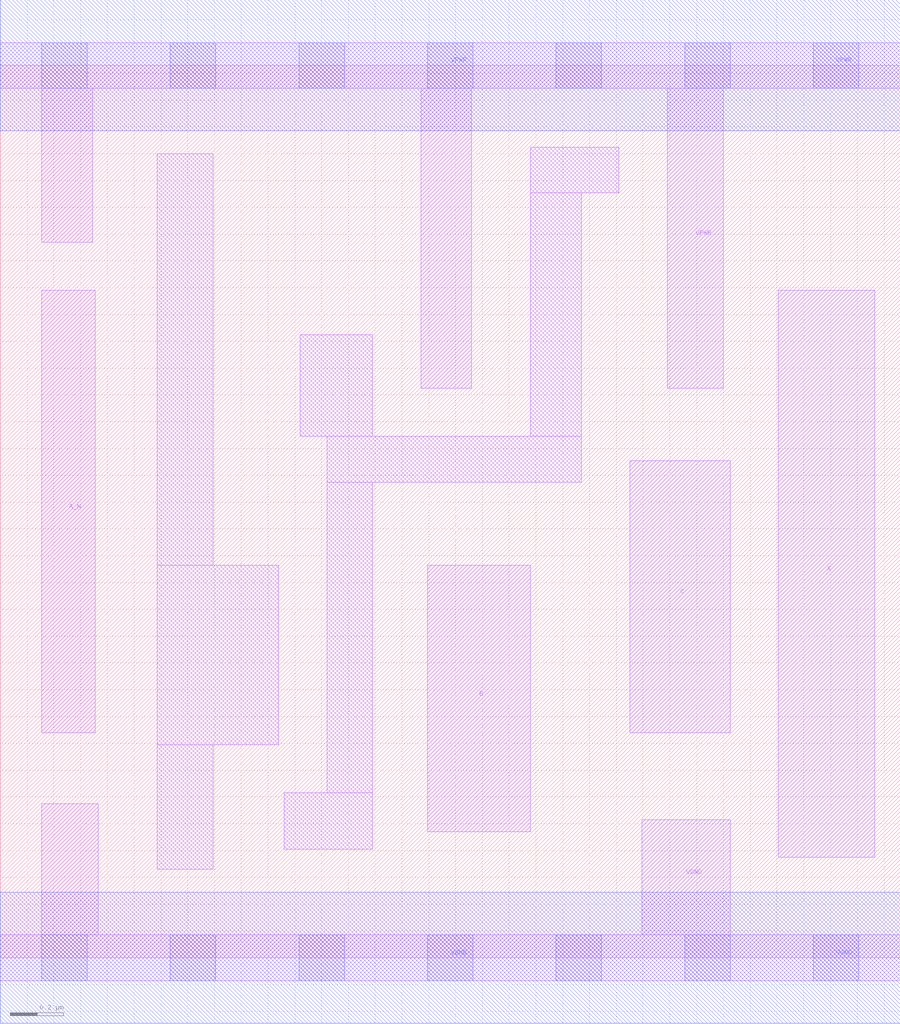
<source format=lef>
# Copyright 2020 The SkyWater PDK Authors
#
# Licensed under the Apache License, Version 2.0 (the "License");
# you may not use this file except in compliance with the License.
# You may obtain a copy of the License at
#
#     https://www.apache.org/licenses/LICENSE-2.0
#
# Unless required by applicable law or agreed to in writing, software
# distributed under the License is distributed on an "AS IS" BASIS,
# WITHOUT WARRANTIES OR CONDITIONS OF ANY KIND, either express or implied.
# See the License for the specific language governing permissions and
# limitations under the License.
#
# SPDX-License-Identifier: Apache-2.0

VERSION 5.7 ;
  NAMESCASESENSITIVE ON ;
  NOWIREEXTENSIONATPIN ON ;
  DIVIDERCHAR "/" ;
  BUSBITCHARS "[]" ;
UNITS
  DATABASE MICRONS 200 ;
END UNITS
MACRO sky130_fd_sc_lp__and3b_m
  CLASS CORE ;
  SOURCE USER ;
  FOREIGN sky130_fd_sc_lp__and3b_m ;
  ORIGIN  0.000000  0.000000 ;
  SIZE  3.360000 BY  3.330000 ;
  SYMMETRY X Y R90 ;
  SITE unit ;
  PIN A_N
    ANTENNAGATEAREA  0.126000 ;
    DIRECTION INPUT ;
    USE SIGNAL ;
    PORT
      LAYER li1 ;
        RECT 0.155000 0.840000 0.355000 2.490000 ;
    END
  END A_N
  PIN B
    ANTENNAGATEAREA  0.126000 ;
    DIRECTION INPUT ;
    USE SIGNAL ;
    PORT
      LAYER li1 ;
        RECT 1.595000 0.470000 1.980000 1.465000 ;
    END
  END B
  PIN C
    ANTENNAGATEAREA  0.126000 ;
    DIRECTION INPUT ;
    USE SIGNAL ;
    PORT
      LAYER li1 ;
        RECT 2.350000 0.840000 2.725000 1.855000 ;
    END
  END C
  PIN X
    ANTENNADIFFAREA  0.222600 ;
    DIRECTION OUTPUT ;
    USE SIGNAL ;
    PORT
      LAYER li1 ;
        RECT 2.905000 0.375000 3.265000 2.490000 ;
    END
  END X
  PIN VGND
    DIRECTION INOUT ;
    USE GROUND ;
    PORT
      LAYER li1 ;
        RECT 0.000000 -0.085000 3.360000 0.085000 ;
        RECT 0.155000  0.085000 0.365000 0.575000 ;
        RECT 2.395000  0.085000 2.725000 0.515000 ;
      LAYER mcon ;
        RECT 0.155000 -0.085000 0.325000 0.085000 ;
        RECT 0.635000 -0.085000 0.805000 0.085000 ;
        RECT 1.115000 -0.085000 1.285000 0.085000 ;
        RECT 1.595000 -0.085000 1.765000 0.085000 ;
        RECT 2.075000 -0.085000 2.245000 0.085000 ;
        RECT 2.555000 -0.085000 2.725000 0.085000 ;
        RECT 3.035000 -0.085000 3.205000 0.085000 ;
      LAYER met1 ;
        RECT 0.000000 -0.245000 3.360000 0.245000 ;
    END
  END VGND
  PIN VPWR
    DIRECTION INOUT ;
    USE POWER ;
    PORT
      LAYER li1 ;
        RECT 0.000000 3.245000 3.360000 3.415000 ;
        RECT 0.155000 2.670000 0.345000 3.245000 ;
        RECT 1.570000 2.125000 1.760000 3.245000 ;
        RECT 2.490000 2.125000 2.700000 3.245000 ;
      LAYER mcon ;
        RECT 0.155000 3.245000 0.325000 3.415000 ;
        RECT 0.635000 3.245000 0.805000 3.415000 ;
        RECT 1.115000 3.245000 1.285000 3.415000 ;
        RECT 1.595000 3.245000 1.765000 3.415000 ;
        RECT 2.075000 3.245000 2.245000 3.415000 ;
        RECT 2.555000 3.245000 2.725000 3.415000 ;
        RECT 3.035000 3.245000 3.205000 3.415000 ;
      LAYER met1 ;
        RECT 0.000000 3.085000 3.360000 3.575000 ;
    END
  END VPWR
  OBS
    LAYER li1 ;
      RECT 0.585000 0.330000 0.795000 0.795000 ;
      RECT 0.585000 0.795000 1.040000 1.465000 ;
      RECT 0.585000 1.465000 0.795000 3.000000 ;
      RECT 1.060000 0.405000 1.390000 0.615000 ;
      RECT 1.120000 1.945000 1.390000 2.325000 ;
      RECT 1.220000 0.615000 1.390000 1.775000 ;
      RECT 1.220000 1.775000 2.170000 1.945000 ;
      RECT 1.980000 1.945000 2.170000 2.855000 ;
      RECT 1.980000 2.855000 2.310000 3.025000 ;
  END
END sky130_fd_sc_lp__and3b_m

</source>
